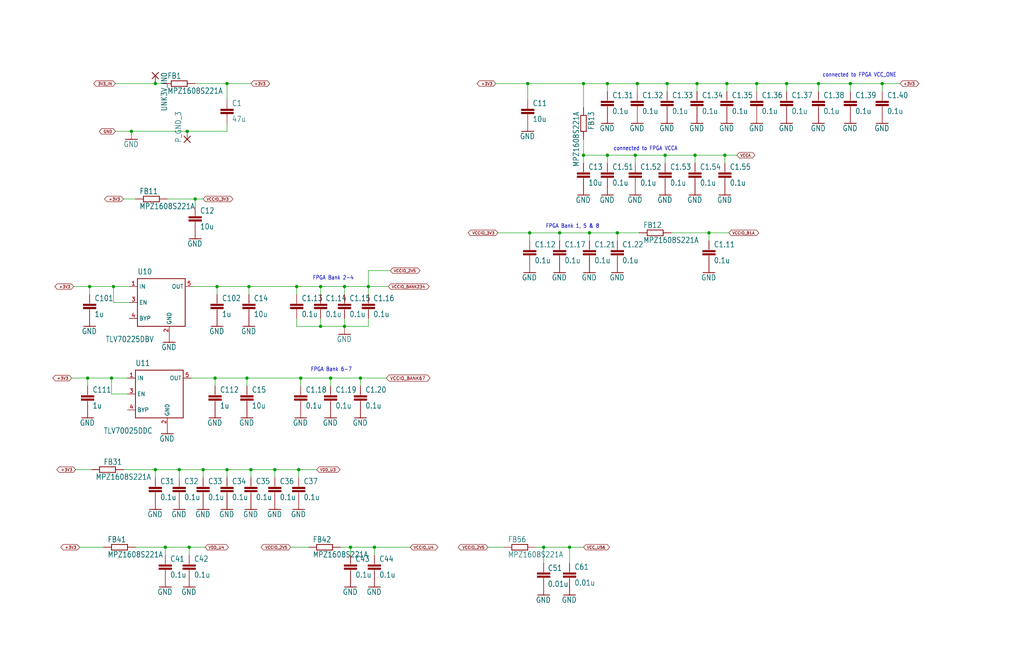
<source format=kicad_sch>
(kicad_sch (version 20211123) (generator eeschema)
  (paper "User" 326.542 210.007)
  (title_block (title "N64Adv2") (rev "v20231105") (company "Peter 'borti4938' Bartmann") (comment 1 "Schematic and PCB (c) 2021 - 2023 by Peter Bartmann") (comment 2 "N64Adv2_20231105") (comment 3 "Licensed under CERN-OHL-W v2"))
  (lib_symbols
    (symbol "n64adv2-eagle-import:C-EUC0603"
      (property "Reference" "C" (at 1.524 0.381 0))
      (property "Value" "C-EUC0603" (at 1.524 -4.699 0))
      (symbol "C-EUC0603_1_0"
        (rectangle (start -2.032 -2.032) (end 2.032 -1.524) (fill (type outline)))
        (rectangle (start -2.032 -1.016) (end 2.032 -0.508) (fill (type outline)))
        (polyline (pts (xy 0 -2.54) (xy 0 -2.032)) (stroke (width 0.1524)))
        (polyline (pts (xy 0 0) (xy 0 -0.508)) (stroke (width 0.1524)))
        (pin passive line (at 0 2.54 270) (length 2.54) (name "1") (number "1"))
        (pin passive line (at 0 -5.08 90) (length 2.54) (name "2") (number "2"))
      )
    )
    (symbol "n64adv2-eagle-import:C-EUC0805"
      (property "Reference" "C" (at 1.524 0.381 0))
      (property "Value" "C-EUC0805" (at 1.524 -4.699 0))
      (symbol "C-EUC0805_1_0"
        (rectangle (start -2.032 -2.032) (end 2.032 -1.524) (fill (type outline)))
        (rectangle (start -2.032 -1.016) (end 2.032 -0.508) (fill (type outline)))
        (polyline (pts (xy 0 -2.54) (xy 0 -2.032)) (stroke (width 0.1524)))
        (polyline (pts (xy 0 0) (xy 0 -0.508)) (stroke (width 0.1524)))
        (pin passive line (at 0 2.54 270) (length 2.54) (name "1") (number "1"))
        (pin passive line (at 0 -5.08 90) (length 2.54) (name "2") (number "2"))
      )
    )
    (symbol "n64adv2-eagle-import:GND" (power)
      (property "Value" "GND" (at -2.54 -2.54 0))
      (symbol "GND_1_0"
        (polyline (pts (xy -1.905 0) (xy 1.905 0)) (stroke (width 0.254)))
        (pin power_in line (at 0 2.54 270) (length 2.54) (name "GND") (number "1"))
      )
    )
    (symbol "n64adv2-eagle-import:MIC5219XX"
      (property "Reference" "IC" (at -7.62 8.89 0))
      (property "Value" "MIC5219XX" (at 10.16 -7.62 0))
      (symbol "MIC5219XX_1_0"
        (polyline (pts (xy -7.62 -7.62) (xy -7.62 7.62)) (stroke (width 0.254)))
        (polyline (pts (xy -7.62 7.62) (xy 7.62 7.62)) (stroke (width 0.254)))
        (polyline (pts (xy 7.62 -7.62) (xy -7.62 -7.62)) (stroke (width 0.254)))
        (polyline (pts (xy 7.62 7.62) (xy 7.62 -7.62)) (stroke (width 0.254)))
        (pin input line (at -10.16 5.08 0) (length 2.54) (name "IN") (number "1"))
        (pin power_in line (at 2.54 -10.16 90) (length 2.54) (name "GND") (number "2"))
        (pin input line (at -10.16 0 0) (length 2.54) (name "EN") (number "3"))
        (pin passive line (at -10.16 -5.08 0) (length 2.54) (name "BYP") (number "4"))
        (pin output line (at 10.16 5.08 180) (length 2.54) (name "OUT") (number "5"))
      )
    )
    (symbol "n64adv2-eagle-import:R-EU_R0603"
      (property "Reference" "R" (at -3.81 1.4986 0))
      (property "Value" "R-EU_R0603" (at -3.81 -3.302 0))
      (symbol "R-EU_R0603_1_0"
        (polyline (pts (xy -2.54 -0.889) (xy -2.54 0.889)) (stroke (width 0.254)))
        (polyline (pts (xy -2.54 -0.889) (xy 2.54 -0.889)) (stroke (width 0.254)))
        (polyline (pts (xy 2.54 -0.889) (xy 2.54 0.889)) (stroke (width 0.254)))
        (polyline (pts (xy 2.54 0.889) (xy -2.54 0.889)) (stroke (width 0.254)))
        (pin passive line (at -5.08 0 0) (length 2.54) (name "1") (number "1"))
        (pin passive line (at 5.08 0 180) (length 2.54) (name "2") (number "2"))
      )
    )
    (symbol "n64adv2-eagle-import:SMD2"
      (property "Reference" "PAD" (at -1.143 1.8542 0))
      (property "Value" "SMD2" (at -1.143 -3.302 0))
      (symbol "SMD2_1_0"
        (polyline (pts (xy -1.016 -1.016) (xy 1.016 1.016)) (stroke (width 0.254)))
        (polyline (pts (xy -1.016 1.016) (xy 1.016 -1.016)) (stroke (width 0.254)))
        (pin passive line (at 2.54 0 180) (length 2.54) (name "P") (number "1"))
      )
    )
  )
  (junction (at 57.15 149.86))
  (junction (at 80.01 149.86))
  (junction (at 196.85 74.295))
  (junction (at 231.14 49.53))
  (junction (at 168.91 74.295))
  (junction (at 49.53 149.86))
  (junction (at 281.305 26.67))
  (junction (at 72.39 149.86))
  (junction (at 60.325 174.625))
  (junction (at 109.855 104.14))
  (junction (at 178.435 74.295))
  (junction (at 168.275 26.67))
  (junction (at 231.775 26.67))
  (junction (at 111.76 174.625))
  (junction (at 95.885 120.65))
  (junction (at 59.69 41.91))
  (junction (at 69.215 91.44))
  (junction (at 78.74 120.65))
  (junction (at 64.77 149.86))
  (junction (at 36.195 91.44))
  (junction (at 102.235 104.14))
  (junction (at 193.675 26.67))
  (junction (at 109.855 91.44))
  (junction (at 52.705 174.625))
  (junction (at 221.615 49.53))
  (junction (at 105.41 120.65))
  (junction (at 72.39 26.67))
  (junction (at 203.2 26.67))
  (junction (at 68.58 120.65))
  (junction (at 250.825 26.67))
  (junction (at 95.25 149.86))
  (junction (at 28.575 91.44))
  (junction (at 202.565 49.53))
  (junction (at 173.355 174.625))
  (junction (at 117.475 91.44))
  (junction (at 49.53 26.67))
  (junction (at 187.96 74.295))
  (junction (at 260.985 26.67))
  (junction (at 271.145 26.67))
  (junction (at 114.935 120.65))
  (junction (at 35.56 120.65))
  (junction (at 241.3 26.67))
  (junction (at 193.675 49.53))
  (junction (at 212.09 49.53))
  (junction (at 226.06 74.295))
  (junction (at 181.61 174.625))
  (junction (at 222.25 26.67))
  (junction (at 62.23 63.5))
  (junction (at 186.055 49.53))
  (junction (at 79.375 91.44))
  (junction (at 186.055 26.67))
  (junction (at 87.63 149.86))
  (junction (at 94.615 91.44))
  (junction (at 102.235 91.44))
  (junction (at 41.91 41.91))
  (junction (at 212.725 26.67))
  (junction (at 27.94 120.65))
  (junction (at 119.38 174.625))
  (wire (pts (xy 281.305 26.67) (xy 287.02 26.67)))
  (wire (pts (xy 158.115 26.67) (xy 168.275 26.67)))
  (wire (pts (xy 28.575 91.44) (xy 28.575 93.98)))
  (wire (pts (xy 124.46 86.36) (xy 117.475 86.36)))
  (wire (pts (xy 68.58 120.65) (xy 68.58 123.19)))
  (wire (pts (xy 41.275 91.44) (xy 36.195 91.44)))
  (wire (pts (xy 193.675 52.07) (xy 193.675 49.53)))
  (wire (pts (xy 212.09 49.53) (xy 221.615 49.53)))
  (wire (pts (xy 281.305 26.67) (xy 281.305 29.21)))
  (wire (pts (xy 94.615 93.98) (xy 94.615 91.44)))
  (wire (pts (xy 72.39 152.4) (xy 72.39 149.86)))
  (wire (pts (xy 49.53 149.86) (xy 57.15 149.86)))
  (wire (pts (xy 78.74 120.65) (xy 95.885 120.65)))
  (wire (pts (xy 109.855 91.44) (xy 117.475 91.44)))
  (wire (pts (xy 212.725 29.21) (xy 212.725 26.67)))
  (wire (pts (xy 62.23 63.5) (xy 64.77 63.5)))
  (wire (pts (xy 87.63 149.86) (xy 95.25 149.86)))
  (wire (pts (xy 108.585 174.625) (xy 111.76 174.625)))
  (wire (pts (xy 49.53 26.67) (xy 52.07 26.67)))
  (wire (pts (xy 69.215 91.44) (xy 69.215 93.98)))
  (wire (pts (xy 36.83 26.67) (xy 49.53 26.67)))
  (wire (pts (xy 102.235 104.14) (xy 109.855 104.14)))
  (wire (pts (xy 68.58 120.65) (xy 78.74 120.65)))
  (wire (pts (xy 94.615 91.44) (xy 102.235 91.44)))
  (wire (pts (xy 105.41 120.65) (xy 105.41 123.19)))
  (wire (pts (xy 59.69 41.91) (xy 72.39 41.91)))
  (wire (pts (xy 102.235 91.44) (xy 109.855 91.44)))
  (wire (pts (xy 102.235 101.6) (xy 102.235 104.14)))
  (wire (pts (xy 226.06 74.295) (xy 226.06 76.835)))
  (wire (pts (xy 64.77 152.4) (xy 64.77 149.86)))
  (wire (pts (xy 95.25 149.86) (xy 95.25 152.4)))
  (wire (pts (xy 80.01 152.4) (xy 80.01 149.86)))
  (wire (pts (xy 181.61 179.705) (xy 181.61 174.625)))
  (wire (pts (xy 35.56 120.65) (xy 27.94 120.65)))
  (wire (pts (xy 79.375 91.44) (xy 94.615 91.44)))
  (wire (pts (xy 203.2 29.21) (xy 203.2 26.67)))
  (wire (pts (xy 27.94 120.65) (xy 27.94 123.19)))
  (wire (pts (xy 95.885 120.65) (xy 105.41 120.65)))
  (wire (pts (xy 186.055 26.67) (xy 193.675 26.67)))
  (wire (pts (xy 168.275 26.67) (xy 186.055 26.67)))
  (wire (pts (xy 40.64 125.73) (xy 35.56 125.73)))
  (wire (pts (xy 114.935 120.65) (xy 114.935 123.19)))
  (wire (pts (xy 170.815 174.625) (xy 173.355 174.625)))
  (wire (pts (xy 221.615 49.53) (xy 231.14 49.53)))
  (wire (pts (xy 24.13 149.86) (xy 29.21 149.86)))
  (wire (pts (xy 241.3 26.67) (xy 250.825 26.67)))
  (wire (pts (xy 202.565 49.53) (xy 212.09 49.53)))
  (wire (pts (xy 117.475 86.36) (xy 117.475 91.44)))
  (wire (pts (xy 64.77 149.86) (xy 72.39 149.86)))
  (wire (pts (xy 94.615 104.14) (xy 102.235 104.14)))
  (wire (pts (xy 61.595 91.44) (xy 69.215 91.44)))
  (wire (pts (xy 222.25 29.21) (xy 222.25 26.67)))
  (wire (pts (xy 212.725 26.67) (xy 222.25 26.67)))
  (wire (pts (xy 94.615 101.6) (xy 94.615 104.14)))
  (wire (pts (xy 213.995 74.295) (xy 226.06 74.295)))
  (wire (pts (xy 102.235 93.98) (xy 102.235 91.44)))
  (wire (pts (xy 168.91 76.835) (xy 168.91 74.295)))
  (wire (pts (xy 193.675 26.67) (xy 203.2 26.67)))
  (wire (pts (xy 95.885 120.65) (xy 95.885 123.19)))
  (wire (pts (xy 117.475 104.14) (xy 117.475 101.6)))
  (wire (pts (xy 72.39 39.37) (xy 72.39 41.91)))
  (wire (pts (xy 92.71 174.625) (xy 98.425 174.625)))
  (wire (pts (xy 119.38 174.625) (xy 119.38 177.165)))
  (wire (pts (xy 212.09 52.07) (xy 212.09 49.53)))
  (wire (pts (xy 187.96 74.295) (xy 187.96 76.835)))
  (wire (pts (xy 36.195 91.44) (xy 28.575 91.44)))
  (wire (pts (xy 87.63 152.4) (xy 87.63 149.86)))
  (wire (pts (xy 203.2 26.67) (xy 212.725 26.67)))
  (wire (pts (xy 193.675 49.53) (xy 202.565 49.53)))
  (wire (pts (xy 111.76 174.625) (xy 111.76 177.165)))
  (wire (pts (xy 186.055 44.45) (xy 186.055 49.53)))
  (wire (pts (xy 196.85 74.295) (xy 196.85 76.835)))
  (wire (pts (xy 186.055 52.07) (xy 186.055 49.53)))
  (wire (pts (xy 168.275 31.75) (xy 168.275 26.67)))
  (wire (pts (xy 186.055 34.29) (xy 186.055 26.67)))
  (wire (pts (xy 36.195 96.52) (xy 36.195 91.44)))
  (wire (pts (xy 173.355 174.625) (xy 181.61 174.625)))
  (wire (pts (xy 57.15 152.4) (xy 57.15 149.86)))
  (wire (pts (xy 155.575 174.625) (xy 160.655 174.625)))
  (wire (pts (xy 72.39 149.86) (xy 80.01 149.86)))
  (wire (pts (xy 173.355 179.705) (xy 173.355 174.625)))
  (wire (pts (xy 28.575 91.44) (xy 23.495 91.44)))
  (wire (pts (xy 52.705 177.165) (xy 52.705 174.625)))
  (wire (pts (xy 109.855 101.6) (xy 109.855 104.14)))
  (wire (pts (xy 196.85 74.295) (xy 203.835 74.295)))
  (wire (pts (xy 193.675 29.21) (xy 193.675 26.67)))
  (wire (pts (xy 187.96 74.295) (xy 196.85 74.295)))
  (wire (pts (xy 271.145 26.67) (xy 281.305 26.67)))
  (wire (pts (xy 250.825 29.21) (xy 250.825 26.67)))
  (wire (pts (xy 35.56 125.73) (xy 35.56 120.65)))
  (wire (pts (xy 62.23 26.67) (xy 72.39 26.67)))
  (wire (pts (xy 271.145 29.21) (xy 271.145 26.67)))
  (wire (pts (xy 178.435 74.295) (xy 187.96 74.295)))
  (wire (pts (xy 178.435 76.835) (xy 178.435 74.295)))
  (wire (pts (xy 221.615 52.07) (xy 221.615 49.53)))
  (wire (pts (xy 39.37 63.5) (xy 43.18 63.5)))
  (wire (pts (xy 53.34 63.5) (xy 62.23 63.5)))
  (wire (pts (xy 114.935 120.65) (xy 123.19 120.65)))
  (wire (pts (xy 79.375 93.98) (xy 79.375 91.44)))
  (wire (pts (xy 49.53 149.86) (xy 49.53 152.4)))
  (wire (pts (xy 41.91 41.91) (xy 59.69 41.91)))
  (wire (pts (xy 78.74 123.19) (xy 78.74 120.65)))
  (wire (pts (xy 231.14 52.07) (xy 231.14 49.53)))
  (wire (pts (xy 231.775 29.21) (xy 231.775 26.67)))
  (wire (pts (xy 41.275 96.52) (xy 36.195 96.52)))
  (wire (pts (xy 231.14 49.53) (xy 234.95 49.53)))
  (wire (pts (xy 168.91 74.295) (xy 178.435 74.295)))
  (wire (pts (xy 260.985 26.67) (xy 271.145 26.67)))
  (wire (pts (xy 260.985 29.21) (xy 260.985 26.67)))
  (wire (pts (xy 25.4 174.625) (xy 33.02 174.625)))
  (wire (pts (xy 62.23 66.04) (xy 62.23 63.5)))
  (wire (pts (xy 250.825 26.67) (xy 260.985 26.67)))
  (wire (pts (xy 52.705 174.625) (xy 60.325 174.625)))
  (wire (pts (xy 105.41 120.65) (xy 114.935 120.65)))
  (wire (pts (xy 222.25 26.67) (xy 231.775 26.67)))
  (wire (pts (xy 40.64 120.65) (xy 35.56 120.65)))
  (wire (pts (xy 60.325 174.625) (xy 65.405 174.625)))
  (wire (pts (xy 60.325 174.625) (xy 60.325 177.165)))
  (wire (pts (xy 109.855 93.98) (xy 109.855 91.44)))
  (wire (pts (xy 57.15 149.86) (xy 64.77 149.86)))
  (wire (pts (xy 60.96 120.65) (xy 68.58 120.65)))
  (wire (pts (xy 41.91 41.91) (xy 36.83 41.91)))
  (wire (pts (xy 117.475 91.44) (xy 123.825 91.44)))
  (wire (pts (xy 231.775 26.67) (xy 241.3 26.67)))
  (wire (pts (xy 39.37 149.86) (xy 49.53 149.86)))
  (wire (pts (xy 111.76 174.625) (xy 119.38 174.625)))
  (wire (pts (xy 72.39 26.67) (xy 72.39 31.75)))
  (wire (pts (xy 43.18 174.625) (xy 52.705 174.625)))
  (wire (pts (xy 186.055 49.53) (xy 193.675 49.53)))
  (wire (pts (xy 109.855 104.14) (xy 117.475 104.14)))
  (wire (pts (xy 69.215 91.44) (xy 79.375 91.44)))
  (wire (pts (xy 241.3 29.21) (xy 241.3 26.67)))
  (wire (pts (xy 27.94 120.65) (xy 22.86 120.65)))
  (wire (pts (xy 226.06 74.295) (xy 232.41 74.295)))
  (wire (pts (xy 181.61 174.625) (xy 186.055 174.625)))
  (wire (pts (xy 119.38 174.625) (xy 130.81 174.625)))
  (wire (pts (xy 117.475 93.98) (xy 117.475 91.44)))
  (wire (pts (xy 80.01 149.86) (xy 87.63 149.86)))
  (wire (pts (xy 72.39 26.67) (xy 80.01 26.67)))
  (wire (pts (xy 202.565 52.07) (xy 202.565 49.53)))
  (wire (pts (xy 95.25 149.86) (xy 100.965 149.86)))
  (wire (pts (xy 158.75 74.295) (xy 168.91 74.295)))
  (text "connected to FPGA VCCA\n" (at 195.58 48.26 180) (effects (font (size 1.27 1.0795)) (justify left bottom)))
  (text "connected to FPGA VCC_ONE" (at 262.255 24.765 180) (effects (font (size 1.27 1.0795)) (justify left bottom)))
  (text "FPGA Bank 6-7" (at 99.06 118.745 180) (effects (font (size 1.27 1.0795)) (justify left bottom)))
  (text "FPGA Bank 2-4" (at 99.695 89.535 180) (effects (font (size 1.27 1.0795)) (justify left bottom)))
  (text "FPGA Bank 1, 5 & 8" (at 173.99 73.025 180) (effects (font (size 1.27 1.0795)) (justify left bottom)))
  (global_label "VCCIO_3V3" (shape bidirectional) (at 64.77 63.5 0) (effects (font (size 0.889 0.889))) (property "Intersheet References" "${INTERSHEET_REFS}" (effects hide)))
  (global_label "+3V3" (shape bidirectional) (at 287.02 26.67 0) (effects (font (size 0.889 0.889))) (property "Intersheet References" "${INTERSHEET_REFS}" (effects hide)))
  (global_label "+3V3" (shape bidirectional) (at 39.37 63.5 180) (effects (font (size 0.889 0.889))) (property "Intersheet References" "${INTERSHEET_REFS}" (effects hide)))
  (global_label "3V3_IN" (shape bidirectional) (at 36.83 26.67 180) (effects (font (size 0.889 0.889))) (property "Intersheet References" "${INTERSHEET_REFS}" (effects hide)))
  (global_label "+3V3" (shape bidirectional) (at 25.4 174.625 180) (effects (font (size 0.889 0.889))) (property "Intersheet References" "${INTERSHEET_REFS}" (effects hide)))
  (global_label "VCCIO_BANK234" (shape bidirectional) (at 123.825 91.44 0) (effects (font (size 0.889 0.889))) (property "Intersheet References" "${INTERSHEET_REFS}" (effects hide)))
  (global_label "VCCIO_2V5" (shape bidirectional) (at 155.575 174.625 180) (effects (font (size 0.889 0.889))) (property "Intersheet References" "${INTERSHEET_REFS}" (effects hide)))
  (global_label "+3V3" (shape bidirectional) (at 24.13 149.86 180) (effects (font (size 0.889 0.889))) (property "Intersheet References" "${INTERSHEET_REFS}" (effects hide)))
  (global_label "GND" (shape bidirectional) (at 36.83 41.91 180) (effects (font (size 0.889 0.889))) (property "Intersheet References" "${INTERSHEET_REFS}" (effects hide)))
  (global_label "VCCIO_U4" (shape bidirectional) (at 130.81 174.625 0) (effects (font (size 0.889 0.889))) (property "Intersheet References" "${INTERSHEET_REFS}" (effects hide)))
  (global_label "VCC_U56" (shape bidirectional) (at 186.055 174.625 0) (effects (font (size 0.889 0.889))) (property "Intersheet References" "${INTERSHEET_REFS}" (effects hide)))
  (global_label "VCCA" (shape bidirectional) (at 234.95 49.53 0) (effects (font (size 0.889 0.889))) (property "Intersheet References" "${INTERSHEET_REFS}" (effects hide)))
  (global_label "+3V3" (shape bidirectional) (at 80.01 26.67 0) (effects (font (size 0.889 0.889))) (property "Intersheet References" "${INTERSHEET_REFS}" (effects hide)))
  (global_label "+3V3" (shape bidirectional) (at 23.495 91.44 180) (effects (font (size 0.889 0.889))) (property "Intersheet References" "${INTERSHEET_REFS}" (effects hide)))
  (global_label "VCCIO_BANK67" (shape bidirectional) (at 123.19 120.65 0) (effects (font (size 1.016 1.016))) (property "Intersheet References" "${INTERSHEET_REFS}" (effects hide)))
  (global_label "VCCIO_3V3" (shape bidirectional) (at 158.75 74.295 180) (effects (font (size 0.889 0.889))) (property "Intersheet References" "${INTERSHEET_REFS}" (effects hide)))
  (global_label "VCCIO_2V5" (shape bidirectional) (at 92.71 174.625 180) (effects (font (size 0.889 0.889))) (property "Intersheet References" "${INTERSHEET_REFS}" (effects hide)))
  (global_label "+3V3" (shape bidirectional) (at 158.115 26.67 180) (effects (font (size 0.889 0.889))) (property "Intersheet References" "${INTERSHEET_REFS}" (effects hide)))
  (global_label "+3V3" (shape bidirectional) (at 22.86 120.65 180) (effects (font (size 0.889 0.889))) (property "Intersheet References" "${INTERSHEET_REFS}" (effects hide)))
  (global_label "VCCIO_2V5" (shape bidirectional) (at 124.46 86.36 0) (effects (font (size 0.889 0.889))) (property "Intersheet References" "${INTERSHEET_REFS}" (effects hide)))
  (global_label "VCCIO_B1A" (shape bidirectional) (at 232.41 74.295 0) (effects (font (size 0.889 0.889))) (property "Intersheet References" "${INTERSHEET_REFS}" (effects hide)))
  (global_label "VDD_U4" (shape bidirectional) (at 65.405 174.625 0) (effects (font (size 0.889 0.889))) (property "Intersheet References" "${INTERSHEET_REFS}" (effects hide)))
  (global_label "VDD_U3" (shape bidirectional) (at 100.965 149.86 0) (effects (font (size 0.889 0.889))) (property "Intersheet References" "${INTERSHEET_REFS}" (effects hide)))
  (symbol (lib_id "n64adv2-eagle-import:GND") (at 53.34 138.43 0) (unit 1)
    (property "Reference" "#GND050" (effects hide))
    (property "Value" "GND" (at 50.8 140.97 0) (effects (font (size 1.778 1.5113)) (justify left bottom)))
    (property "Footprint" "n64adv2:" (effects hide))
  )
  (symbol (lib_id "n64adv2-eagle-import:C-EUC0603") (at 250.825 31.75 0) (unit 1)
    (property "Reference" "C1.37" (at 252.349 31.369 0) (effects (font (size 1.778 1.5113)) (justify left bottom)))
    (property "Value" "0.1u" (at 252.349 36.449 0) (effects (font (size 1.778 1.5113)) (justify left bottom)))
    (property "Footprint" "n64adv2:C0603" (effects hide))
  )
  (symbol (lib_id "n64adv2-eagle-import:C-EUC0603") (at 271.145 31.75 0) (unit 1)
    (property "Reference" "C1.39" (at 272.669 31.369 0) (effects (font (size 1.778 1.5113)) (justify left bottom)))
    (property "Value" "0.1u" (at 272.669 36.449 0) (effects (font (size 1.778 1.5113)) (justify left bottom)))
    (property "Footprint" "n64adv2:C0603" (effects hide))
  )
  (symbol (lib_id "n64adv2-eagle-import:SMD2") (at 49.53 24.13 270) (unit 1) (in_bom no)
    (property "Reference" "UNK3V_IN0" (at 51.3842 22.987 0) (effects (font (size 1.778 1.5113)) (justify left bottom)))
    (property "Value" "SMD2" (effects hide))
    (property "Footprint" "n64adv2:SMD1,27-2,54" (effects hide))
  )
  (symbol (lib_id "n64adv2-eagle-import:C-EUC0603") (at 193.675 31.75 0) (unit 1)
    (property "Reference" "C1.31" (at 195.199 31.369 0) (effects (font (size 1.778 1.5113)) (justify left bottom)))
    (property "Value" "0.1u" (at 195.199 36.449 0) (effects (font (size 1.778 1.5113)) (justify left bottom)))
    (property "Footprint" "n64adv2:C0603" (effects hide))
  )
  (symbol (lib_id "n64adv2-eagle-import:GND") (at 221.615 62.23 0) (unit 1)
    (property "Reference" "#GND0124" (effects hide))
    (property "Value" "GND" (at 219.075 64.77 0) (effects (font (size 1.778 1.5113)) (justify left bottom)))
    (property "Footprint" "n64adv2:" (effects hide))
  )
  (symbol (lib_id "n64adv2-eagle-import:GND") (at 53.975 109.22 0) (unit 1)
    (property "Reference" "#GND055" (effects hide))
    (property "Value" "GND" (at 51.435 111.76 0) (effects (font (size 1.778 1.5113)) (justify left bottom)))
    (property "Footprint" "n64adv2:" (effects hide))
  )
  (symbol (lib_id "n64adv2-eagle-import:C-EUC0603") (at 68.58 125.73 0) (unit 1)
    (property "Reference" "C112" (at 70.104 125.349 0) (effects (font (size 1.778 1.5113)) (justify left bottom)))
    (property "Value" "1u" (at 70.104 130.429 0) (effects (font (size 1.778 1.5113)) (justify left bottom)))
    (property "Footprint" "n64adv2:C0603" (effects hide))
  )
  (symbol (lib_id "n64adv2-eagle-import:C-EUC0603") (at 173.355 182.245 0) (unit 1)
    (property "Reference" "C51" (at 174.625 182.245 0) (effects (font (size 1.778 1.5113)) (justify left bottom)))
    (property "Value" "0.01u" (at 174.625 187.325 0) (effects (font (size 1.778 1.5113)) (justify left bottom)))
    (property "Footprint" "n64adv2:C0603" (effects hide))
  )
  (symbol (lib_id "n64adv2-eagle-import:C-EUC0603") (at 241.3 31.75 0) (unit 1)
    (property "Reference" "C1.36" (at 242.824 31.369 0) (effects (font (size 1.778 1.5113)) (justify left bottom)))
    (property "Value" "0.1u" (at 242.824 36.449 0) (effects (font (size 1.778 1.5113)) (justify left bottom)))
    (property "Footprint" "n64adv2:C0603" (effects hide))
  )
  (symbol (lib_id "n64adv2-eagle-import:GND") (at 173.355 189.865 0) (unit 1)
    (property "Reference" "#GND032" (effects hide))
    (property "Value" "GND" (at 170.815 192.405 0) (effects (font (size 1.778 1.5113)) (justify left bottom)))
    (property "Footprint" "n64adv2:" (effects hide))
  )
  (symbol (lib_id "n64adv2-eagle-import:R-EU_R0603") (at 34.29 149.86 0) (unit 1)
    (property "Reference" "FB31" (at 33.02 148.3614 0) (effects (font (size 1.778 1.5113)) (justify left bottom)))
    (property "Value" "MPZ1608S221A" (at 30.48 153.162 0) (effects (font (size 1.778 1.5113)) (justify left bottom)))
    (property "Footprint" "n64adv2:R0603" (effects hide))
  )
  (symbol (lib_id "n64adv2-eagle-import:C-EUC0805") (at 78.74 125.73 0) (unit 1)
    (property "Reference" "C15" (at 80.264 125.349 0) (effects (font (size 1.778 1.5113)) (justify left bottom)))
    (property "Value" "10u" (at 80.264 130.429 0) (effects (font (size 1.778 1.5113)) (justify left bottom)))
    (property "Footprint" "n64adv2:C0805" (effects hide))
  )
  (symbol (lib_id "n64adv2-eagle-import:GND") (at 193.675 62.23 0) (unit 1)
    (property "Reference" "#GND037" (effects hide))
    (property "Value" "GND" (at 191.135 64.77 0) (effects (font (size 1.778 1.5113)) (justify left bottom)))
    (property "Footprint" "n64adv2:" (effects hide))
  )
  (symbol (lib_id "n64adv2-eagle-import:GND") (at 222.25 39.37 0) (unit 1)
    (property "Reference" "#GND0123" (effects hide))
    (property "Value" "GND" (at 219.71 41.91 0) (effects (font (size 1.778 1.5113)) (justify left bottom)))
    (property "Footprint" "n64adv2:" (effects hide))
  )
  (symbol (lib_id "n64adv2-eagle-import:C-EUC0805") (at 186.055 54.61 0) (unit 1)
    (property "Reference" "C13" (at 187.579 54.229 0) (effects (font (size 1.778 1.5113)) (justify left bottom)))
    (property "Value" "10u" (at 187.579 59.309 0) (effects (font (size 1.778 1.5113)) (justify left bottom)))
    (property "Footprint" "n64adv2:C0805" (effects hide))
  )
  (symbol (lib_id "n64adv2-eagle-import:C-EUC0603") (at 193.675 54.61 0) (unit 1)
    (property "Reference" "C1.51" (at 195.199 54.229 0) (effects (font (size 1.778 1.5113)) (justify left bottom)))
    (property "Value" "0.1u" (at 195.199 59.309 0) (effects (font (size 1.778 1.5113)) (justify left bottom)))
    (property "Footprint" "n64adv2:C0603" (effects hide))
  )
  (symbol (lib_id "n64adv2-eagle-import:C-EUC0603") (at 212.725 31.75 0) (unit 1)
    (property "Reference" "C1.33" (at 214.249 31.369 0) (effects (font (size 1.778 1.5113)) (justify left bottom)))
    (property "Value" "0.1u" (at 214.249 36.449 0) (effects (font (size 1.778 1.5113)) (justify left bottom)))
    (property "Footprint" "n64adv2:C0603" (effects hide))
  )
  (symbol (lib_id "n64adv2-eagle-import:MIC5219XX") (at 50.8 125.73 0) (unit 1)
    (property "Reference" "U11" (at 43.18 116.84 0) (effects (font (size 1.778 1.5113)) (justify left bottom)))
    (property "Value" "TLV70025DDC" (at 33.02 138.43 0) (effects (font (size 1.778 1.5113)) (justify left bottom)))
    (property "Footprint" "n64adv2:SOT23-5" (effects hide))
  )
  (symbol (lib_id "n64adv2-eagle-import:GND") (at 52.705 187.325 0) (unit 1)
    (property "Reference" "#GND063" (effects hide))
    (property "Value" "GND" (at 50.165 189.865 0) (effects (font (size 1.778 1.5113)) (justify left bottom)))
    (property "Footprint" "n64adv2:" (effects hide))
  )
  (symbol (lib_id "n64adv2-eagle-import:C-EUC0603") (at 196.85 79.375 0) (unit 1)
    (property "Reference" "C1.22" (at 198.374 78.994 0) (effects (font (size 1.778 1.5113)) (justify left bottom)))
    (property "Value" "0.1u" (at 198.374 84.074 0) (effects (font (size 1.778 1.5113)) (justify left bottom)))
    (property "Footprint" "n64adv2:C0603" (effects hide))
  )
  (symbol (lib_id "n64adv2-eagle-import:R-EU_R0603") (at 38.1 174.625 0) (unit 1)
    (property "Reference" "FB41" (at 34.29 173.1264 0) (effects (font (size 1.778 1.5113)) (justify left bottom)))
    (property "Value" "MPZ1608S221A" (at 34.29 177.927 0) (effects (font (size 1.778 1.5113)) (justify left bottom)))
    (property "Footprint" "n64adv2:R0603" (effects hide))
  )
  (symbol (lib_id "n64adv2-eagle-import:C-EUC0603") (at 60.325 179.705 0) (unit 1)
    (property "Reference" "C42" (at 61.849 179.324 0) (effects (font (size 1.778 1.5113)) (justify left bottom)))
    (property "Value" "0.1u" (at 61.849 184.404 0) (effects (font (size 1.778 1.5113)) (justify left bottom)))
    (property "Footprint" "n64adv2:C0603" (effects hide))
  )
  (symbol (lib_id "n64adv2-eagle-import:GND") (at 187.96 86.995 0) (unit 1)
    (property "Reference" "#GND0111" (effects hide))
    (property "Value" "GND" (at 185.42 89.535 0) (effects (font (size 1.778 1.5113)) (justify left bottom)))
    (property "Footprint" "n64adv2:" (effects hide))
  )
  (symbol (lib_id "n64adv2-eagle-import:GND") (at 250.825 39.37 0) (unit 1)
    (property "Reference" "#GND0117" (effects hide))
    (property "Value" "GND" (at 248.285 41.91 0) (effects (font (size 1.778 1.5113)) (justify left bottom)))
    (property "Footprint" "n64adv2:" (effects hide))
  )
  (symbol (lib_id "n64adv2-eagle-import:GND") (at 57.15 162.56 0) (unit 1)
    (property "Reference" "#GND0108" (effects hide))
    (property "Value" "GND" (at 54.61 165.1 0) (effects (font (size 1.778 1.5113)) (justify left bottom)))
    (property "Footprint" "n64adv2:" (effects hide))
  )
  (symbol (lib_id "n64adv2-eagle-import:GND") (at 178.435 86.995 0) (unit 1)
    (property "Reference" "#GND0113" (effects hide))
    (property "Value" "GND" (at 175.895 89.535 0) (effects (font (size 1.778 1.5113)) (justify left bottom)))
    (property "Footprint" "n64adv2:" (effects hide))
  )
  (symbol (lib_id "n64adv2-eagle-import:C-EUC0603") (at 95.25 154.94 0) (unit 1)
    (property "Reference" "C37" (at 96.774 154.559 0) (effects (font (size 1.778 1.5113)) (justify left bottom)))
    (property "Value" "0.1u" (at 96.774 159.639 0) (effects (font (size 1.778 1.5113)) (justify left bottom)))
    (property "Footprint" "n64adv2:C0603" (effects hide))
  )
  (symbol (lib_id "n64adv2-eagle-import:GND") (at 196.85 86.995 0) (unit 1)
    (property "Reference" "#GND0112" (effects hide))
    (property "Value" "GND" (at 194.31 89.535 0) (effects (font (size 1.778 1.5113)) (justify left bottom)))
    (property "Footprint" "n64adv2:" (effects hide))
  )
  (symbol (lib_id "n64adv2-eagle-import:C-EUC0603") (at 87.63 154.94 0) (unit 1)
    (property "Reference" "C36" (at 89.154 154.559 0) (effects (font (size 1.778 1.5113)) (justify left bottom)))
    (property "Value" "0.1u" (at 89.154 159.639 0) (effects (font (size 1.778 1.5113)) (justify left bottom)))
    (property "Footprint" "n64adv2:C0603" (effects hide))
  )
  (symbol (lib_id "n64adv2-eagle-import:GND") (at 271.145 39.37 0) (unit 1)
    (property "Reference" "#GND0114" (effects hide))
    (property "Value" "GND" (at 268.605 41.91 0) (effects (font (size 1.778 1.5113)) (justify left bottom)))
    (property "Footprint" "n64adv2:" (effects hide))
  )
  (symbol (lib_id "n64adv2-eagle-import:GND") (at 168.275 41.91 0) (unit 1)
    (property "Reference" "#GND026" (effects hide))
    (property "Value" "GND" (at 165.735 44.45 0) (effects (font (size 1.778 1.5113)) (justify left bottom)))
    (property "Footprint" "n64adv2:" (effects hide))
  )
  (symbol (lib_id "n64adv2-eagle-import:C-EUC0603") (at 72.39 154.94 0) (unit 1)
    (property "Reference" "C34" (at 73.914 154.559 0) (effects (font (size 1.778 1.5113)) (justify left bottom)))
    (property "Value" "0.1u" (at 73.914 159.639 0) (effects (font (size 1.778 1.5113)) (justify left bottom)))
    (property "Footprint" "n64adv2:C0603" (effects hide))
  )
  (symbol (lib_id "n64adv2-eagle-import:GND") (at 78.74 133.35 0) (unit 1)
    (property "Reference" "#GND061" (effects hide))
    (property "Value" "GND" (at 76.2 135.89 0) (effects (font (size 1.778 1.5113)) (justify left bottom)))
    (property "Footprint" "n64adv2:" (effects hide))
  )
  (symbol (lib_id "n64adv2-eagle-import:C-EUC0603") (at 212.09 54.61 0) (unit 1)
    (property "Reference" "C1.53" (at 213.614 54.229 0) (effects (font (size 1.778 1.5113)) (justify left bottom)))
    (property "Value" "0.1u" (at 213.614 59.309 0) (effects (font (size 1.778 1.5113)) (justify left bottom)))
    (property "Footprint" "n64adv2:C0603" (effects hide))
  )
  (symbol (lib_id "n64adv2-eagle-import:C-EUC0603") (at 168.91 79.375 0) (unit 1)
    (property "Reference" "C1.12" (at 170.434 78.994 0) (effects (font (size 1.778 1.5113)) (justify left bottom)))
    (property "Value" "0.1u" (at 170.434 84.074 0) (effects (font (size 1.778 1.5113)) (justify left bottom)))
    (property "Footprint" "n64adv2:C0603" (effects hide))
  )
  (symbol (lib_id "n64adv2-eagle-import:C-EUC0603") (at 27.94 125.73 0) (unit 1)
    (property "Reference" "C111" (at 29.464 125.349 0) (effects (font (size 1.778 1.5113)) (justify left bottom)))
    (property "Value" "1u" (at 29.464 130.429 0) (effects (font (size 1.778 1.5113)) (justify left bottom)))
    (property "Footprint" "n64adv2:C0603" (effects hide))
  )
  (symbol (lib_id "n64adv2-eagle-import:R-EU_R0603") (at 103.505 174.625 0) (unit 1)
    (property "Reference" "FB42" (at 99.695 173.1264 0) (effects (font (size 1.778 1.5113)) (justify left bottom)))
    (property "Value" "MPZ1608S221A" (at 99.695 177.927 0) (effects (font (size 1.778 1.5113)) (justify left bottom)))
    (property "Footprint" "n64adv2:R0603" (effects hide))
  )
  (symbol (lib_id "n64adv2-eagle-import:GND") (at 41.91 44.45 0) (unit 1)
    (property "Reference" "#GND016" (effects hide))
    (property "Value" "GND" (at 39.37 46.99 0) (effects (font (size 1.778 1.5113)) (justify left bottom)))
    (property "Footprint" "n64adv2:" (effects hide))
  )
  (symbol (lib_id "n64adv2-eagle-import:R-EU_R0603") (at 208.915 74.295 0) (unit 1)
    (property "Reference" "FB12" (at 205.105 72.7964 0) (effects (font (size 1.778 1.5113)) (justify left bottom)))
    (property "Value" "MPZ1608S221A" (at 205.105 77.597 0) (effects (font (size 1.778 1.5113)) (justify left bottom)))
    (property "Footprint" "n64adv2:R0603" (effects hide))
  )
  (symbol (lib_id "n64adv2-eagle-import:GND") (at 64.77 162.56 0) (unit 1)
    (property "Reference" "#GND0109" (effects hide))
    (property "Value" "GND" (at 62.23 165.1 0) (effects (font (size 1.778 1.5113)) (justify left bottom)))
    (property "Footprint" "n64adv2:" (effects hide))
  )
  (symbol (lib_id "n64adv2-eagle-import:C-EUC0603") (at 178.435 79.375 0) (unit 1)
    (property "Reference" "C1.17" (at 179.959 78.994 0) (effects (font (size 1.778 1.5113)) (justify left bottom)))
    (property "Value" "0.1u" (at 179.959 84.074 0) (effects (font (size 1.778 1.5113)) (justify left bottom)))
    (property "Footprint" "n64adv2:C0603" (effects hide))
  )
  (symbol (lib_id "n64adv2-eagle-import:C-EUC0603") (at 109.855 96.52 0) (unit 1)
    (property "Reference" "C1.15" (at 111.379 96.139 0) (effects (font (size 1.778 1.5113)) (justify left bottom)))
    (property "Value" "0.1u" (at 111.379 101.219 0) (effects (font (size 1.778 1.5113)) (justify left bottom)))
    (property "Footprint" "n64adv2:C0603" (effects hide))
  )
  (symbol (lib_id "n64adv2-eagle-import:GND") (at 231.775 39.37 0) (unit 1)
    (property "Reference" "#GND0122" (effects hide))
    (property "Value" "GND" (at 229.235 41.91 0) (effects (font (size 1.778 1.5113)) (justify left bottom)))
    (property "Footprint" "n64adv2:" (effects hide))
  )
  (symbol (lib_id "n64adv2-eagle-import:GND") (at 202.565 62.23 0) (unit 1)
    (property "Reference" "#GND0118" (effects hide))
    (property "Value" "GND" (at 200.025 64.77 0) (effects (font (size 1.778 1.5113)) (justify left bottom)))
    (property "Footprint" "n64adv2:" (effects hide))
  )
  (symbol (lib_id "n64adv2-eagle-import:C-EUC0603") (at 94.615 96.52 0) (unit 1)
    (property "Reference" "C1.13" (at 96.139 96.139 0) (effects (font (size 1.778 1.5113)) (justify left bottom)))
    (property "Value" "0.1u" (at 96.139 101.219 0) (effects (font (size 1.778 1.5113)) (justify left bottom)))
    (property "Footprint" "n64adv2:C0603" (effects hide))
  )
  (symbol (lib_id "n64adv2-eagle-import:C-EUC0603") (at 231.14 54.61 0) (unit 1)
    (property "Reference" "C1.55" (at 232.664 54.229 0) (effects (font (size 1.778 1.5113)) (justify left bottom)))
    (property "Value" "0.1u" (at 232.664 59.309 0) (effects (font (size 1.778 1.5113)) (justify left bottom)))
    (property "Footprint" "n64adv2:C0603" (effects hide))
  )
  (symbol (lib_id "n64adv2-eagle-import:C-EUC0603") (at 114.935 125.73 0) (unit 1)
    (property "Reference" "C1.20" (at 116.459 125.349 0) (effects (font (size 1.778 1.5113)) (justify left bottom)))
    (property "Value" "0.1u" (at 116.459 130.429 0) (effects (font (size 1.778 1.5113)) (justify left bottom)))
    (property "Footprint" "n64adv2:C0603" (effects hide))
  )
  (symbol (lib_id "n64adv2-eagle-import:GND") (at 95.25 162.56 0) (unit 1)
    (property "Reference" "#GND0103" (effects hide))
    (property "Value" "GND" (at 92.71 165.1 0) (effects (font (size 1.778 1.5113)) (justify left bottom)))
    (property "Footprint" "n64adv2:" (effects hide))
  )
  (symbol (lib_id "n64adv2-eagle-import:GND") (at 28.575 104.14 0) (unit 1)
    (property "Reference" "#GND027" (effects hide))
    (property "Value" "GND" (at 26.035 106.68 0) (effects (font (size 1.778 1.5113)) (justify left bottom)))
    (property "Footprint" "n64adv2:" (effects hide))
  )
  (symbol (lib_id "n64adv2-eagle-import:GND") (at 212.09 62.23 0) (unit 1)
    (property "Reference" "#GND0119" (effects hide))
    (property "Value" "GND" (at 209.55 64.77 0) (effects (font (size 1.778 1.5113)) (justify left bottom)))
    (property "Footprint" "n64adv2:" (effects hide))
  )
  (symbol (lib_id "n64adv2-eagle-import:GND") (at 80.01 162.56 0) (unit 1)
    (property "Reference" "#GND0105" (effects hide))
    (property "Value" "GND" (at 77.47 165.1 0) (effects (font (size 1.778 1.5113)) (justify left bottom)))
    (property "Footprint" "n64adv2:" (effects hide))
  )
  (symbol (lib_id "n64adv2-eagle-import:R-EU_R0603") (at 165.735 174.625 0) (unit 1)
    (property "Reference" "FB56" (at 161.925 173.1264 0) (effects (font (size 1.778 1.5113)) (justify left bottom)))
    (property "Value" "MPZ1608S221A" (at 161.925 177.927 0) (effects (font (size 1.778 1.5113)) (justify left bottom)))
    (property "Footprint" "n64adv2:R0603" (effects hide))
  )
  (symbol (lib_id "n64adv2-eagle-import:GND") (at 168.91 86.995 0) (unit 1)
    (property "Reference" "#GND060" (effects hide))
    (property "Value" "GND" (at 166.37 89.535 0) (effects (font (size 1.778 1.5113)) (justify left bottom)))
    (property "Footprint" "n64adv2:" (effects hide))
  )
  (symbol (lib_id "n64adv2-eagle-import:C-EUC0603") (at 69.215 96.52 0) (unit 1)
    (property "Reference" "C102" (at 70.739 96.139 0) (effects (font (size 1.778 1.5113)) (justify left bottom)))
    (property "Value" "1u" (at 70.739 101.219 0) (effects (font (size 1.778 1.5113)) (justify left bottom)))
    (property "Footprint" "n64adv2:C0603" (effects hide))
  )
  (symbol (lib_id "n64adv2-eagle-import:GND") (at 181.61 189.865 0) (unit 1)
    (property "Reference" "#GND022" (effects hide))
    (property "Value" "GND" (at 179.07 192.405 0) (effects (font (size 1.778 1.5113)) (justify left bottom)))
    (property "Footprint" "n64adv2:" (effects hide))
  )
  (symbol (lib_id "n64adv2-eagle-import:C-EUC0603") (at 28.575 96.52 0) (unit 1)
    (property "Reference" "C101" (at 30.099 96.139 0) (effects (font (size 1.778 1.5113)) (justify left bottom)))
    (property "Value" "1u" (at 30.099 101.219 0) (effects (font (size 1.778 1.5113)) (justify left bottom)))
    (property "Footprint" "n64adv2:C0603" (effects hide))
  )
  (symbol (lib_id "n64adv2-eagle-import:C-EUC0805") (at 79.375 96.52 0) (unit 1)
    (property "Reference" "C14" (at 80.899 96.139 0) (effects (font (size 1.778 1.5113)) (justify left bottom)))
    (property "Value" "10u" (at 80.899 101.219 0) (effects (font (size 1.778 1.5113)) (justify left bottom)))
    (property "Footprint" "n64adv2:C0805" (effects hide))
  )
  (symbol (lib_id "n64adv2-eagle-import:C-EUC0603") (at 105.41 125.73 0) (unit 1)
    (property "Reference" "C1.19" (at 106.934 125.349 0) (effects (font (size 1.778 1.5113)) (justify left bottom)))
    (property "Value" "0.1u" (at 106.934 130.429 0) (effects (font (size 1.778 1.5113)) (justify left bottom)))
    (property "Footprint" "n64adv2:C0603" (effects hide))
  )
  (symbol (lib_id "n64adv2-eagle-import:GND") (at 72.39 162.56 0) (unit 1)
    (property "Reference" "#GND0107" (effects hide))
    (property "Value" "GND" (at 69.85 165.1 0) (effects (font (size 1.778 1.5113)) (justify left bottom)))
    (property "Footprint" "n64adv2:" (effects hide))
  )
  (symbol (lib_id "n64adv2-eagle-import:C-EUC0603") (at 281.305 31.75 0) (unit 1)
    (property "Reference" "C1.40" (at 282.829 31.369 0) (effects (font (size 1.778 1.5113)) (justify left bottom)))
    (property "Value" "0.1u" (at 282.829 36.449 0) (effects (font (size 1.778 1.5113)) (justify left bottom)))
    (property "Footprint" "n64adv2:C0603" (effects hide))
  )
  (symbol (lib_id "n64adv2-eagle-import:C-EUC0603") (at 111.76 179.705 0) (unit 1)
    (property "Reference" "C43" (at 113.284 179.324 0) (effects (font (size 1.778 1.5113)) (justify left bottom)))
    (property "Value" "0.1u" (at 113.284 184.404 0) (effects (font (size 1.778 1.5113)) (justify left bottom)))
    (property "Footprint" "n64adv2:C0603" (effects hide))
  )
  (symbol (lib_id "n64adv2-eagle-import:GND") (at 79.375 104.14 0) (unit 1)
    (property "Reference" "#GND056" (effects hide))
    (property "Value" "GND" (at 76.835 106.68 0) (effects (font (size 1.778 1.5113)) (justify left bottom)))
    (property "Footprint" "n64adv2:" (effects hide))
  )
  (symbol (lib_id "n64adv2-eagle-import:C-EUC0603") (at 49.53 154.94 0) (unit 1)
    (property "Reference" "C31" (at 51.054 154.559 0) (effects (font (size 1.778 1.5113)) (justify left bottom)))
    (property "Value" "0.1u" (at 51.054 159.639 0) (effects (font (size 1.778 1.5113)) (justify left bottom)))
    (property "Footprint" "n64adv2:C0603" (effects hide))
  )
  (symbol (lib_id "n64adv2-eagle-import:C-EUC0805") (at 72.39 34.29 0) (unit 1)
    (property "Reference" "C1" (at 73.914 33.909 0) (effects (font (size 1.778 1.5113)) (justify left bottom)))
    (property "Value" "47u" (at 73.914 38.989 0) (effects (font (size 1.778 1.5113)) (justify left bottom)))
    (property "Footprint" "n64adv2:C0805" (effects hide))
  )
  (symbol (lib_id "n64adv2-eagle-import:R-EU_R0603") (at 48.26 63.5 0) (unit 1)
    (property "Reference" "FB11" (at 44.45 62.0014 0) (effects (font (size 1.778 1.5113)) (justify left bottom)))
    (property "Value" "MPZ1608S221A" (at 44.45 66.802 0) (effects (font (size 1.778 1.5113)) (justify left bottom)))
    (property "Footprint" "n64adv2:R0603" (effects hide))
  )
  (symbol (lib_id "n64adv2-eagle-import:C-EUC0603") (at 119.38 179.705 0) (unit 1)
    (property "Reference" "C44" (at 120.904 179.324 0) (effects (font (size 1.778 1.5113)) (justify left bottom)))
    (property "Value" "0.1u" (at 120.904 184.404 0) (effects (font (size 1.778 1.5113)) (justify left bottom)))
    (property "Footprint" "n64adv2:C0603" (effects hide))
  )
  (symbol (lib_id "n64adv2-eagle-import:R-EU_R0603") (at 57.15 26.67 0) (unit 1)
    (property "Reference" "FB1" (at 53.34 25.1714 0) (effects (font (size 1.778 1.5113)) (justify left bottom)))
    (property "Value" "MPZ1608S221A" (at 53.34 29.972 0) (effects (font (size 1.778 1.5113)) (justify left bottom)))
    (property "Footprint" "n64adv2:R0603" (effects hide))
  )
  (symbol (lib_id "n64adv2-eagle-import:GND") (at 111.76 187.325 0) (unit 1)
    (property "Reference" "#GND0104" (effects hide))
    (property "Value" "GND" (at 109.22 189.865 0) (effects (font (size 1.778 1.5113)) (justify left bottom)))
    (property "Footprint" "n64adv2:" (effects hide))
  )
  (symbol (lib_id "n64adv2-eagle-import:C-EUC0603") (at 203.2 31.75 0) (unit 1)
    (property "Reference" "C1.32" (at 204.724 31.369 0) (effects (font (size 1.778 1.5113)) (justify left bottom)))
    (property "Value" "0.1u" (at 204.724 36.449 0) (effects (font (size 1.778 1.5113)) (justify left bottom)))
    (property "Footprint" "n64adv2:C0603" (effects hide))
  )
  (symbol (lib_id "n64adv2-eagle-import:GND") (at 62.23 76.2 0) (unit 1)
    (property "Reference" "#GND057" (effects hide))
    (property "Value" "GND" (at 59.69 78.74 0) (effects (font (size 1.778 1.5113)) (justify left bottom)))
    (property "Footprint" "n64adv2:" (effects hide))
  )
  (symbol (lib_id "n64adv2-eagle-import:GND") (at 212.725 39.37 0) (unit 1)
    (property "Reference" "#GND0120" (effects hide))
    (property "Value" "GND" (at 210.185 41.91 0) (effects (font (size 1.778 1.5113)) (justify left bottom)))
    (property "Footprint" "n64adv2:" (effects hide))
  )
  (symbol (lib_id "n64adv2-eagle-import:C-EUC0603") (at 181.61 182.245 0) (unit 1)
    (property "Reference" "C61" (at 183.134 181.864 0) (effects (font (size 1.778 1.5113)) (justify left bottom)))
    (property "Value" "0.01u" (at 183.134 186.944 0) (effects (font (size 1.778 1.5113)) (justify left bottom)))
    (property "Footprint" "n64adv2:C0603" (effects hide))
  )
  (symbol (lib_id "n64adv2-eagle-import:GND") (at 68.58 133.35 0) (unit 1)
    (property "Reference" "#GND025" (effects hide))
    (property "Value" "GND" (at 66.04 135.89 0) (effects (font (size 1.778 1.5113)) (justify left bottom)))
    (property "Footprint" "n64adv2:" (effects hide))
  )
  (symbol (lib_id "n64adv2-eagle-import:C-EUC0603") (at 202.565 54.61 0) (unit 1)
    (property "Reference" "C1.52" (at 204.089 54.229 0) (effects (font (size 1.778 1.5113)) (justify left bottom)))
    (property "Value" "0.1u" (at 204.089 59.309 0) (effects (font (size 1.778 1.5113)) (justify left bottom)))
    (property "Footprint" "n64adv2:C0603" (effects hide))
  )
  (symbol (lib_id "n64adv2-eagle-import:C-EUC0603") (at 52.705 179.705 0) (unit 1)
    (property "Reference" "C41" (at 54.229 179.324 0) (effects (font (size 1.778 1.5113)) (justify left bottom)))
    (property "Value" "0.1u" (at 54.229 184.404 0) (effects (font (size 1.778 1.5113)) (justify left bottom)))
    (property "Footprint" "n64adv2:C0603" (effects hide))
  )
  (symbol (lib_id "n64adv2-eagle-import:C-EUC0603") (at 64.77 154.94 0) (unit 1)
    (property "Reference" "C33" (at 66.294 154.559 0) (effects (font (size 1.778 1.5113)) (justify left bottom)))
    (property "Value" "0.1u" (at 66.294 159.639 0) (effects (font (size 1.778 1.5113)) (justify left bottom)))
    (property "Footprint" "n64adv2:C0603" (effects hide))
  )
  (symbol (lib_id "n64adv2-eagle-import:GND") (at 203.2 39.37 0) (unit 1)
    (property "Reference" "#GND0121" (effects hide))
    (property "Value" "GND" (at 200.66 41.91 0) (effects (font (size 1.778 1.5113)) (justify left bottom)))
    (property "Footprint" "n64adv2:" (effects hide))
  )
  (symbol (lib_id "n64adv2-eagle-import:C-EUC0603") (at 222.25 31.75 0) (unit 1)
    (property "Reference" "C1.34" (at 223.774 31.369 0) (effects (font (size 1.778 1.5113)) (justify left bottom)))
    (property "Value" "0.1u" (at 223.774 36.449 0) (effects (font (size 1.778 1.5113)) (justify left bottom)))
    (property "Footprint" "n64adv2:C0603" (effects hide))
  )
  (symbol (lib_id "n64adv2-eagle-import:GND") (at 281.305 39.37 0) (unit 1)
    (property "Reference" "#GND035" (effects hide))
    (property "Value" "GND" (at 278.765 41.91 0) (effects (font (size 1.778 1.5113)) (justify left bottom)))
    (property "Footprint" "n64adv2:" (effects hide))
  )
  (symbol (lib_id "n64adv2-eagle-import:GND") (at 231.14 62.23 0) (unit 1)
    (property "Reference" "#GND0125" (effects hide))
    (property "Value" "GND" (at 228.6 64.77 0) (effects (font (size 1.778 1.5113)) (justify left bottom)))
    (property "Footprint" "n64adv2:" (effects hide))
  )
  (symbol (lib_id "n64adv2-eagle-import:C-EUC0805") (at 62.23 68.58 0) (unit 1)
    (property "Reference" "C12" (at 63.754 68.199 0) (effects (font (size 1.778 1.5113)) (justify left bottom)))
    (property "Value" "10u" (at 63.754 73.279 0) (effects (font (size 1.778 1.5113)) (justify left bottom)))
    (property "Footprint" "n64adv2:C0805" (effects hide))
  )
  (symbol (lib_id "n64adv2-eagle-import:C-EUC0603") (at 260.985 31.75 0) (unit 1)
    (property "Reference" "C1.38" (at 262.509 31.369 0) (effects (font (size 1.778 1.5113)) (justify left bottom)))
    (property "Value" "0.1u" (at 262.509 36.449 0) (effects (font (size 1.778 1.5113)) (justify left bottom)))
    (property "Footprint" "n64adv2:C0603" (effects hide))
  )
  (symbol (lib_id "n64adv2-eagle-import:GND") (at 186.055 62.23 0) (unit 1)
    (property "Reference" "#GND074" (effects hide))
    (property "Value" "GND" (at 183.515 64.77 0) (effects (font (size 1.778 1.5113)) (justify left bottom)))
    (property "Footprint" "n64adv2:" (effects hide))
  )
  (symbol (lib_id "n64adv2-eagle-import:GND") (at 60.325 187.325 0) (unit 1)
    (property "Reference" "#GND0101" (effects hide))
    (property "Value" "GND" (at 57.785 189.865 0) (effects (font (size 1.778 1.5113)) (justify left bottom)))
    (property "Footprint" "n64adv2:" (effects hide))
  )
  (symbol (lib_id "n64adv2-eagle-import:C-EUC0603") (at 221.615 54.61 0) (unit 1)
    (property "Reference" "C1.54" (at 223.139 54.229 0) (effects (font (size 1.778 1.5113)) (justify left bottom)))
    (property "Value" "0.1u" (at 223.139 59.309 0) (effects (font (size 1.778 1.5113)) (justify left bottom)))
    (property "Footprint" "n64adv2:C0603" (effects hide))
  )
  (symbol (lib_id "n64adv2-eagle-import:C-EUC0603") (at 95.885 125.73 0) (unit 1)
    (property "Reference" "C1.18" (at 97.409 125.349 0) (effects (font (size 1.778 1.5113)) (justify left bottom)))
    (property "Value" "0.1u" (at 97.409 130.429 0) (effects (font (size 1.778 1.5113)) (justify left bottom)))
    (property "Footprint" "n64adv2:C0603" (effects hide))
  )
  (symbol (lib_id "n64adv2-eagle-import:GND") (at 114.935 133.35 0) (unit 1)
    (property "Reference" "#GND059" (effects hide))
    (property "Value" "GND" (at 112.395 135.89 0) (effects (font (size 1.778 1.5113)) (justify left bottom)))
    (property "Footprint" "n64adv2:" (effects hide))
  )
  (symbol (lib_id "n64adv2-eagle-import:GND") (at 87.63 162.56 0) (unit 1)
    (property "Reference" "#GND0106" (effects hide))
    (property "Value" "GND" (at 85.09 165.1 0) (effects (font (size 1.778 1.5113)) (justify left bottom)))
    (property "Footprint" "n64adv2:" (effects hide))
  )
  (symbol (lib_id "n64adv2-eagle-import:GND") (at 226.06 86.995 0) (unit 1)
    (property "Reference" "#GND075" (effects hide))
    (property "Value" "GND" (at 223.52 89.535 0) (effects (font (size 1.778 1.5113)) (justify left bottom)))
    (property "Footprint" "n64adv2:" (effects hide))
  )
  (symbol (lib_id "n64adv2-eagle-import:GND") (at 193.675 39.37 0) (unit 1)
    (property "Reference" "#GND0110" (effects hide))
    (property "Value" "GND" (at 191.135 41.91 0) (effects (font (size 1.778 1.5113)) (justify left bottom)))
    (property "Footprint" "n64adv2:" (effects hide))
  )
  (symbol (lib_id "n64adv2-eagle-import:GND") (at 109.855 106.68 0) (unit 1)
    (property "Reference" "#GND036" (effects hide))
    (property "Value" "GND" (at 107.315 109.22 0) (effects (font (size 1.778 1.5113)) (justify left bottom)))
    (property "Footprint" "n64adv2:" (effects hide))
  )
  (symbol (lib_id "n64adv2-eagle-import:MIC5219XX") (at 51.435 96.52 0) (unit 1)
    (property "Reference" "U10" (at 43.815 87.63 0) (effects (font (size 1.778 1.5113)) (justify left bottom)))
    (property "Value" "TLV70225DBV" (at 33.655 109.22 0) (effects (font (size 1.778 1.5113)) (justify left bottom)))
    (property "Footprint" "n64adv2:SOT23-5" (effects hide))
  )
  (symbol (lib_id "n64adv2-eagle-import:C-EUC0805") (at 168.275 34.29 0) (unit 1)
    (property "Reference" "C11" (at 169.799 33.909 0) (effects (font (size 1.778 1.5113)) (justify left bottom)))
    (property "Value" "10u" (at 169.799 38.989 0) (effects (font (size 1.778 1.5113)) (justify left bottom)))
    (property "Footprint" "n64adv2:C0805" (effects hide))
  )
  (symbol (lib_id "n64adv2-eagle-import:C-EUC0603") (at 57.15 154.94 0) (unit 1)
    (property "Reference" "C32" (at 58.674 154.559 0) (effects (font (size 1.778 1.5113)) (justify left bottom)))
    (property "Value" "0.1u" (at 58.674 159.639 0) (effects (font (size 1.778 1.5113)) (justify left bottom)))
    (property "Footprint" "n64adv2:C0603" (effects hide))
  )
  (symbol (lib_id "n64adv2-eagle-import:GND") (at 69.215 104.14 0) (unit 1)
    (property "Reference" "#GND049" (effects hide))
    (property "Value" "GND" (at 66.675 106.68 0) (effects (font (size 1.778 1.5113)) (justify left bottom)))
    (property "Footprint" "n64adv2:" (effects hide))
  )
  (symbol (lib_id "n64adv2-eagle-import:GND") (at 27.94 133.35 0) (unit 1)
    (property "Reference" "#GND024" (effects hide))
    (property "Value" "GND" (at 25.4 135.89 0) (effects (font (size 1.778 1.5113)) (justify left bottom)))
    (property "Footprint" "n64adv2:" (effects hide))
  )
  (symbol (lib_id "n64adv2-eagle-import:C-EUC0603") (at 231.775 31.75 0) (unit 1)
    (property "Reference" "C1.35" (at 233.299 31.369 0) (effects (font (size 1.778 1.5113)) (justify left bottom)))
    (property "Value" "0.1u" (at 233.299 36.449 0) (effects (font (size 1.778 1.5113)) (justify left bottom)))
    (property "Footprint" "n64adv2:C0603" (effects hide))
  )
  (symbol (lib_id "n64adv2-eagle-import:C-EUC0603") (at 117.475 96.52 0) (unit 1)
    (property "Reference" "C1.16" (at 118.999 96.139 0) (effects (font (size 1.778 1.5113)) (justify left bottom)))
    (property "Value" "0.1u" (at 118.999 101.219 0) (effects (font (size 1.778 1.5113)) (justify left bottom)))
    (property "Footprint" "n64adv2:C0603" (effects hide))
  )
  (symbol (lib_id "n64adv2-eagle-import:GND") (at 95.885 133.35 0) (unit 1)
    (property "Reference" "#GND058" (effects hide))
    (property "Value" "GND" (at 93.345 135.89 0) (effects (font (size 1.778 1.5113)) (justify left bottom)))
    (property "Footprint" "n64adv2:" (effects hide))
  )
  (symbol (lib_id "n64adv2-eagle-import:C-EUC0603") (at 102.235 96.52 0) (unit 1)
    (property "Reference" "C1.14" (at 103.759 96.139 0) (effects (font (size 1.778 1.5113)) (justify left bottom)))
    (property "Value" "0.1u" (at 103.759 101.219 0) (effects (font (size 1.778 1.5113)) (justify left bottom)))
    (property "Footprint" "n64adv2:C0603" (effects hide))
  )
  (symbol (lib_id "n64adv2-eagle-import:SMD2") (at 59.69 44.45 90) (unit 1) (in_bom no)
    (property "Reference" "P_GND_3" (at 57.8358 45.593 0) (effects (font (size 1.778 1.5113)) (justify left bottom)))
    (property "Value" "SMD2" (effects hide))
    (property "Footprint" "n64adv2:SMD1,27-2,54" (effects hide))
  )
  (symbol (lib_id "n64adv2-eagle-import:GND") (at 241.3 39.37 0) (unit 1)
    (property "Reference" "#GND0116" (effects hide))
    (property "Value" "GND" (at 238.76 41.91 0) (effects (font (size 1.778 1.5113)) (justify left bottom)))
    (property "Footprint" "n64adv2:" (effects hide))
  )
  (symbol (lib_id "n64adv2-eagle-import:C-EUC0603") (at 80.01 154.94 0) (unit 1)
    (property "Reference" "C35" (at 81.534 154.559 0) (effects (font (size 1.778 1.5113)) (justify left bottom)))
    (property "Value" "0.1u" (at 81.534 159.639 0) (effects (font (size 1.778 1.5113)) (justify left bottom)))
    (property "Footprint" "n64adv2:C0603" (effects hide))
  )
  (symbol (lib_id "n64adv2-eagle-import:R-EU_R0603") (at 186.055 39.37 270) (unit 1)
    (property "Reference" "FB13" (at 187.5536 35.56 0) (effects (font (size 1.778 1.5113)) (justify left bottom)))
    (property "Value" "MPZ1608S221A" (at 182.753 35.56 0) (effects (font (size 1.778 1.5113)) (justify left bottom)))
    (property "Footprint" "n64adv2:R0603" (effects hide))
  )
  (symbol (lib_id "n64adv2-eagle-import:GND") (at 105.41 133.35 0) (unit 1)
    (property "Reference" "#GND0102" (effects hide))
    (property "Value" "GND" (at 102.87 135.89 0) (effects (font (size 1.778 1.5113)) (justify left bottom)))
    (property "Footprint" "n64adv2:" (effects hide))
  )
  (symbol (lib_id "n64adv2-eagle-import:C-EUC0603") (at 226.06 79.375 0) (unit 1)
    (property "Reference" "C1.11" (at 227.584 78.994 0) (effects (font (size 1.778 1.5113)) (justify left bottom)))
    (property "Value" "0.1u" (at 227.584 84.074 0) (effects (font (size 1.778 1.5113)) (justify left bottom)))
    (property "Footprint" "n64adv2:C0603" (effects hide))
  )
  (symbol (lib_id "n64adv2-eagle-import:GND") (at 260.985 39.37 0) (unit 1)
    (property "Reference" "#GND0115" (effects hide))
    (property "Value" "GND" (at 258.445 41.91 0) (effects (font (size 1.778 1.5113)) (justify left bottom)))
    (property "Footprint" "n64adv2:" (effects hide))
  )
  (symbol (lib_id "n64adv2-eagle-import:GND") (at 49.53 162.56 0) (unit 1)
    (property "Reference" "#GND019" (effects hide))
    (property "Value" "GND" (at 46.99 165.1 0) (effects (font (size 1.778 1.5113)) (justify left bottom)))
    (property "Footprint" "n64adv2:" (effects hide))
  )
  (symbol (lib_id "n64adv2-eagle-import:GND") (at 119.38 187.325 0) (unit 1)
    (property "Reference" "#GND062" (effects hide))
    (property "Value" "GND" (at 116.84 189.865 0) (effects (font (size 1.778 1.5113)) (justify left bottom)))
    (property "Footprint" "n64adv2:" (effects hide))
  )
  (symbol (lib_id "n64adv2-eagle-import:C-EUC0603") (at 187.96 79.375 0) (unit 1)
    (property "Reference" "C1.21" (at 189.484 78.994 0) (effects (font (size 1.778 1.5113)) (justify left bottom)))
    (property "Value" "0.1u" (at 189.484 84.074 0) (effects (font (size 1.778 1.5113)) (justify left bottom)))
    (property "Footprint" "n64adv2:C0603" (effects hide))
  )
)
</source>
